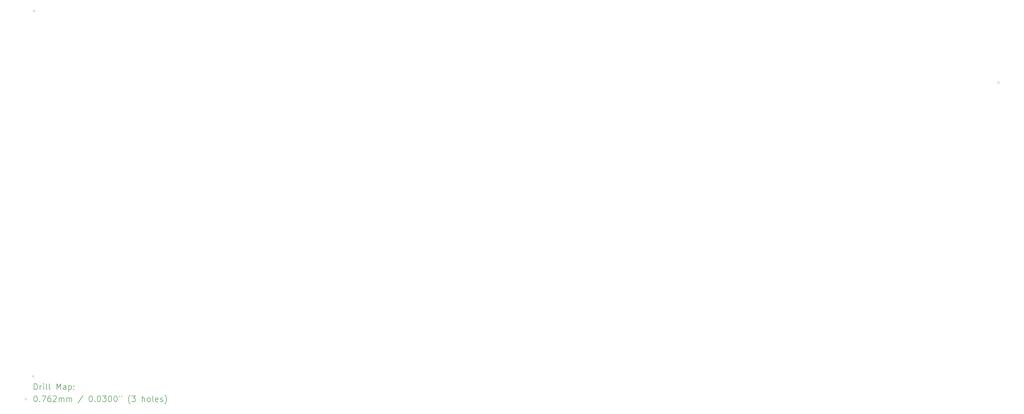
<source format=gbr>
%TF.GenerationSoftware,KiCad,Pcbnew,(6.0.11)*%
%TF.CreationDate,2024-09-08T15:44:07-05:00*%
%TF.ProjectId,Plate-Base,506c6174-652d-4426-9173-652e6b696361,3.3*%
%TF.SameCoordinates,Original*%
%TF.FileFunction,Drillmap*%
%TF.FilePolarity,Positive*%
%FSLAX45Y45*%
G04 Gerber Fmt 4.5, Leading zero omitted, Abs format (unit mm)*
G04 Created by KiCad (PCBNEW (6.0.11)) date 2024-09-08 15:44:07*
%MOMM*%
%LPD*%
G01*
G04 APERTURE LIST*
%ADD10C,0.200000*%
%ADD11C,0.076200*%
G04 APERTURE END LIST*
D10*
D11*
X6238245Y-26500320D02*
X6314445Y-26576520D01*
X6314445Y-26500320D02*
X6238245Y-26576520D01*
X6278245Y-13870320D02*
X6354445Y-13946520D01*
X6354445Y-13870320D02*
X6278245Y-13946520D01*
X39568245Y-16340320D02*
X39644445Y-16416520D01*
X39644445Y-16340320D02*
X39568245Y-16416520D01*
D10*
X6320364Y-27000903D02*
X6320364Y-26800903D01*
X6367983Y-26800903D01*
X6396555Y-26810427D01*
X6415602Y-26829475D01*
X6425126Y-26848523D01*
X6434650Y-26886618D01*
X6434650Y-26915189D01*
X6425126Y-26953284D01*
X6415602Y-26972332D01*
X6396555Y-26991380D01*
X6367983Y-27000903D01*
X6320364Y-27000903D01*
X6520364Y-27000903D02*
X6520364Y-26867570D01*
X6520364Y-26905665D02*
X6529888Y-26886618D01*
X6539412Y-26877094D01*
X6558459Y-26867570D01*
X6577507Y-26867570D01*
X6644174Y-27000903D02*
X6644174Y-26867570D01*
X6644174Y-26800903D02*
X6634650Y-26810427D01*
X6644174Y-26819951D01*
X6653698Y-26810427D01*
X6644174Y-26800903D01*
X6644174Y-26819951D01*
X6767983Y-27000903D02*
X6748936Y-26991380D01*
X6739412Y-26972332D01*
X6739412Y-26800903D01*
X6872745Y-27000903D02*
X6853698Y-26991380D01*
X6844174Y-26972332D01*
X6844174Y-26800903D01*
X7101317Y-27000903D02*
X7101317Y-26800903D01*
X7167983Y-26943761D01*
X7234650Y-26800903D01*
X7234650Y-27000903D01*
X7415602Y-27000903D02*
X7415602Y-26896142D01*
X7406079Y-26877094D01*
X7387031Y-26867570D01*
X7348936Y-26867570D01*
X7329888Y-26877094D01*
X7415602Y-26991380D02*
X7396555Y-27000903D01*
X7348936Y-27000903D01*
X7329888Y-26991380D01*
X7320364Y-26972332D01*
X7320364Y-26953284D01*
X7329888Y-26934237D01*
X7348936Y-26924713D01*
X7396555Y-26924713D01*
X7415602Y-26915189D01*
X7510840Y-26867570D02*
X7510840Y-27067570D01*
X7510840Y-26877094D02*
X7529888Y-26867570D01*
X7567983Y-26867570D01*
X7587031Y-26877094D01*
X7596555Y-26886618D01*
X7606079Y-26905665D01*
X7606079Y-26962808D01*
X7596555Y-26981856D01*
X7587031Y-26991380D01*
X7567983Y-27000903D01*
X7529888Y-27000903D01*
X7510840Y-26991380D01*
X7691793Y-26981856D02*
X7701317Y-26991380D01*
X7691793Y-27000903D01*
X7682269Y-26991380D01*
X7691793Y-26981856D01*
X7691793Y-27000903D01*
X7691793Y-26877094D02*
X7701317Y-26886618D01*
X7691793Y-26896142D01*
X7682269Y-26886618D01*
X7691793Y-26877094D01*
X7691793Y-26896142D01*
D11*
X5986545Y-27292327D02*
X6062745Y-27368527D01*
X6062745Y-27292327D02*
X5986545Y-27368527D01*
D10*
X6358459Y-27220903D02*
X6377507Y-27220903D01*
X6396555Y-27230427D01*
X6406079Y-27239951D01*
X6415602Y-27258999D01*
X6425126Y-27297094D01*
X6425126Y-27344713D01*
X6415602Y-27382808D01*
X6406079Y-27401856D01*
X6396555Y-27411380D01*
X6377507Y-27420903D01*
X6358459Y-27420903D01*
X6339412Y-27411380D01*
X6329888Y-27401856D01*
X6320364Y-27382808D01*
X6310840Y-27344713D01*
X6310840Y-27297094D01*
X6320364Y-27258999D01*
X6329888Y-27239951D01*
X6339412Y-27230427D01*
X6358459Y-27220903D01*
X6510840Y-27401856D02*
X6520364Y-27411380D01*
X6510840Y-27420903D01*
X6501317Y-27411380D01*
X6510840Y-27401856D01*
X6510840Y-27420903D01*
X6587031Y-27220903D02*
X6720364Y-27220903D01*
X6634650Y-27420903D01*
X6882269Y-27220903D02*
X6844174Y-27220903D01*
X6825126Y-27230427D01*
X6815602Y-27239951D01*
X6796555Y-27268523D01*
X6787031Y-27306618D01*
X6787031Y-27382808D01*
X6796555Y-27401856D01*
X6806079Y-27411380D01*
X6825126Y-27420903D01*
X6863221Y-27420903D01*
X6882269Y-27411380D01*
X6891793Y-27401856D01*
X6901317Y-27382808D01*
X6901317Y-27335189D01*
X6891793Y-27316142D01*
X6882269Y-27306618D01*
X6863221Y-27297094D01*
X6825126Y-27297094D01*
X6806079Y-27306618D01*
X6796555Y-27316142D01*
X6787031Y-27335189D01*
X6977507Y-27239951D02*
X6987031Y-27230427D01*
X7006079Y-27220903D01*
X7053698Y-27220903D01*
X7072745Y-27230427D01*
X7082269Y-27239951D01*
X7091793Y-27258999D01*
X7091793Y-27278046D01*
X7082269Y-27306618D01*
X6967983Y-27420903D01*
X7091793Y-27420903D01*
X7177507Y-27420903D02*
X7177507Y-27287570D01*
X7177507Y-27306618D02*
X7187031Y-27297094D01*
X7206079Y-27287570D01*
X7234650Y-27287570D01*
X7253698Y-27297094D01*
X7263221Y-27316142D01*
X7263221Y-27420903D01*
X7263221Y-27316142D02*
X7272745Y-27297094D01*
X7291793Y-27287570D01*
X7320364Y-27287570D01*
X7339412Y-27297094D01*
X7348936Y-27316142D01*
X7348936Y-27420903D01*
X7444174Y-27420903D02*
X7444174Y-27287570D01*
X7444174Y-27306618D02*
X7453698Y-27297094D01*
X7472745Y-27287570D01*
X7501317Y-27287570D01*
X7520364Y-27297094D01*
X7529888Y-27316142D01*
X7529888Y-27420903D01*
X7529888Y-27316142D02*
X7539412Y-27297094D01*
X7558459Y-27287570D01*
X7587031Y-27287570D01*
X7606079Y-27297094D01*
X7615602Y-27316142D01*
X7615602Y-27420903D01*
X8006079Y-27211380D02*
X7834650Y-27468523D01*
X8263221Y-27220903D02*
X8282269Y-27220903D01*
X8301317Y-27230427D01*
X8310840Y-27239951D01*
X8320364Y-27258999D01*
X8329888Y-27297094D01*
X8329888Y-27344713D01*
X8320364Y-27382808D01*
X8310840Y-27401856D01*
X8301317Y-27411380D01*
X8282269Y-27420903D01*
X8263221Y-27420903D01*
X8244174Y-27411380D01*
X8234650Y-27401856D01*
X8225126Y-27382808D01*
X8215602Y-27344713D01*
X8215602Y-27297094D01*
X8225126Y-27258999D01*
X8234650Y-27239951D01*
X8244174Y-27230427D01*
X8263221Y-27220903D01*
X8415602Y-27401856D02*
X8425126Y-27411380D01*
X8415602Y-27420903D01*
X8406079Y-27411380D01*
X8415602Y-27401856D01*
X8415602Y-27420903D01*
X8548936Y-27220903D02*
X8567983Y-27220903D01*
X8587031Y-27230427D01*
X8596555Y-27239951D01*
X8606079Y-27258999D01*
X8615602Y-27297094D01*
X8615602Y-27344713D01*
X8606079Y-27382808D01*
X8596555Y-27401856D01*
X8587031Y-27411380D01*
X8567983Y-27420903D01*
X8548936Y-27420903D01*
X8529888Y-27411380D01*
X8520364Y-27401856D01*
X8510841Y-27382808D01*
X8501317Y-27344713D01*
X8501317Y-27297094D01*
X8510841Y-27258999D01*
X8520364Y-27239951D01*
X8529888Y-27230427D01*
X8548936Y-27220903D01*
X8682269Y-27220903D02*
X8806079Y-27220903D01*
X8739412Y-27297094D01*
X8767983Y-27297094D01*
X8787031Y-27306618D01*
X8796555Y-27316142D01*
X8806079Y-27335189D01*
X8806079Y-27382808D01*
X8796555Y-27401856D01*
X8787031Y-27411380D01*
X8767983Y-27420903D01*
X8710841Y-27420903D01*
X8691793Y-27411380D01*
X8682269Y-27401856D01*
X8929888Y-27220903D02*
X8948936Y-27220903D01*
X8967983Y-27230427D01*
X8977507Y-27239951D01*
X8987031Y-27258999D01*
X8996555Y-27297094D01*
X8996555Y-27344713D01*
X8987031Y-27382808D01*
X8977507Y-27401856D01*
X8967983Y-27411380D01*
X8948936Y-27420903D01*
X8929888Y-27420903D01*
X8910841Y-27411380D01*
X8901317Y-27401856D01*
X8891793Y-27382808D01*
X8882269Y-27344713D01*
X8882269Y-27297094D01*
X8891793Y-27258999D01*
X8901317Y-27239951D01*
X8910841Y-27230427D01*
X8929888Y-27220903D01*
X9120364Y-27220903D02*
X9139412Y-27220903D01*
X9158460Y-27230427D01*
X9167983Y-27239951D01*
X9177507Y-27258999D01*
X9187031Y-27297094D01*
X9187031Y-27344713D01*
X9177507Y-27382808D01*
X9167983Y-27401856D01*
X9158460Y-27411380D01*
X9139412Y-27420903D01*
X9120364Y-27420903D01*
X9101317Y-27411380D01*
X9091793Y-27401856D01*
X9082269Y-27382808D01*
X9072745Y-27344713D01*
X9072745Y-27297094D01*
X9082269Y-27258999D01*
X9091793Y-27239951D01*
X9101317Y-27230427D01*
X9120364Y-27220903D01*
X9263221Y-27220903D02*
X9263221Y-27258999D01*
X9339412Y-27220903D02*
X9339412Y-27258999D01*
X9634650Y-27497094D02*
X9625126Y-27487570D01*
X9606079Y-27458999D01*
X9596555Y-27439951D01*
X9587031Y-27411380D01*
X9577507Y-27363761D01*
X9577507Y-27325665D01*
X9587031Y-27278046D01*
X9596555Y-27249475D01*
X9606079Y-27230427D01*
X9625126Y-27201856D01*
X9634650Y-27192332D01*
X9691793Y-27220903D02*
X9815602Y-27220903D01*
X9748936Y-27297094D01*
X9777507Y-27297094D01*
X9796555Y-27306618D01*
X9806079Y-27316142D01*
X9815602Y-27335189D01*
X9815602Y-27382808D01*
X9806079Y-27401856D01*
X9796555Y-27411380D01*
X9777507Y-27420903D01*
X9720364Y-27420903D01*
X9701317Y-27411380D01*
X9691793Y-27401856D01*
X10053698Y-27420903D02*
X10053698Y-27220903D01*
X10139412Y-27420903D02*
X10139412Y-27316142D01*
X10129888Y-27297094D01*
X10110841Y-27287570D01*
X10082269Y-27287570D01*
X10063221Y-27297094D01*
X10053698Y-27306618D01*
X10263221Y-27420903D02*
X10244174Y-27411380D01*
X10234650Y-27401856D01*
X10225126Y-27382808D01*
X10225126Y-27325665D01*
X10234650Y-27306618D01*
X10244174Y-27297094D01*
X10263221Y-27287570D01*
X10291793Y-27287570D01*
X10310841Y-27297094D01*
X10320364Y-27306618D01*
X10329888Y-27325665D01*
X10329888Y-27382808D01*
X10320364Y-27401856D01*
X10310841Y-27411380D01*
X10291793Y-27420903D01*
X10263221Y-27420903D01*
X10444174Y-27420903D02*
X10425126Y-27411380D01*
X10415602Y-27392332D01*
X10415602Y-27220903D01*
X10596555Y-27411380D02*
X10577507Y-27420903D01*
X10539412Y-27420903D01*
X10520364Y-27411380D01*
X10510841Y-27392332D01*
X10510841Y-27316142D01*
X10520364Y-27297094D01*
X10539412Y-27287570D01*
X10577507Y-27287570D01*
X10596555Y-27297094D01*
X10606079Y-27316142D01*
X10606079Y-27335189D01*
X10510841Y-27354237D01*
X10682269Y-27411380D02*
X10701317Y-27420903D01*
X10739412Y-27420903D01*
X10758460Y-27411380D01*
X10767983Y-27392332D01*
X10767983Y-27382808D01*
X10758460Y-27363761D01*
X10739412Y-27354237D01*
X10710841Y-27354237D01*
X10691793Y-27344713D01*
X10682269Y-27325665D01*
X10682269Y-27316142D01*
X10691793Y-27297094D01*
X10710841Y-27287570D01*
X10739412Y-27287570D01*
X10758460Y-27297094D01*
X10834650Y-27497094D02*
X10844174Y-27487570D01*
X10863221Y-27458999D01*
X10872745Y-27439951D01*
X10882269Y-27411380D01*
X10891793Y-27363761D01*
X10891793Y-27325665D01*
X10882269Y-27278046D01*
X10872745Y-27249475D01*
X10863221Y-27230427D01*
X10844174Y-27201856D01*
X10834650Y-27192332D01*
M02*

</source>
